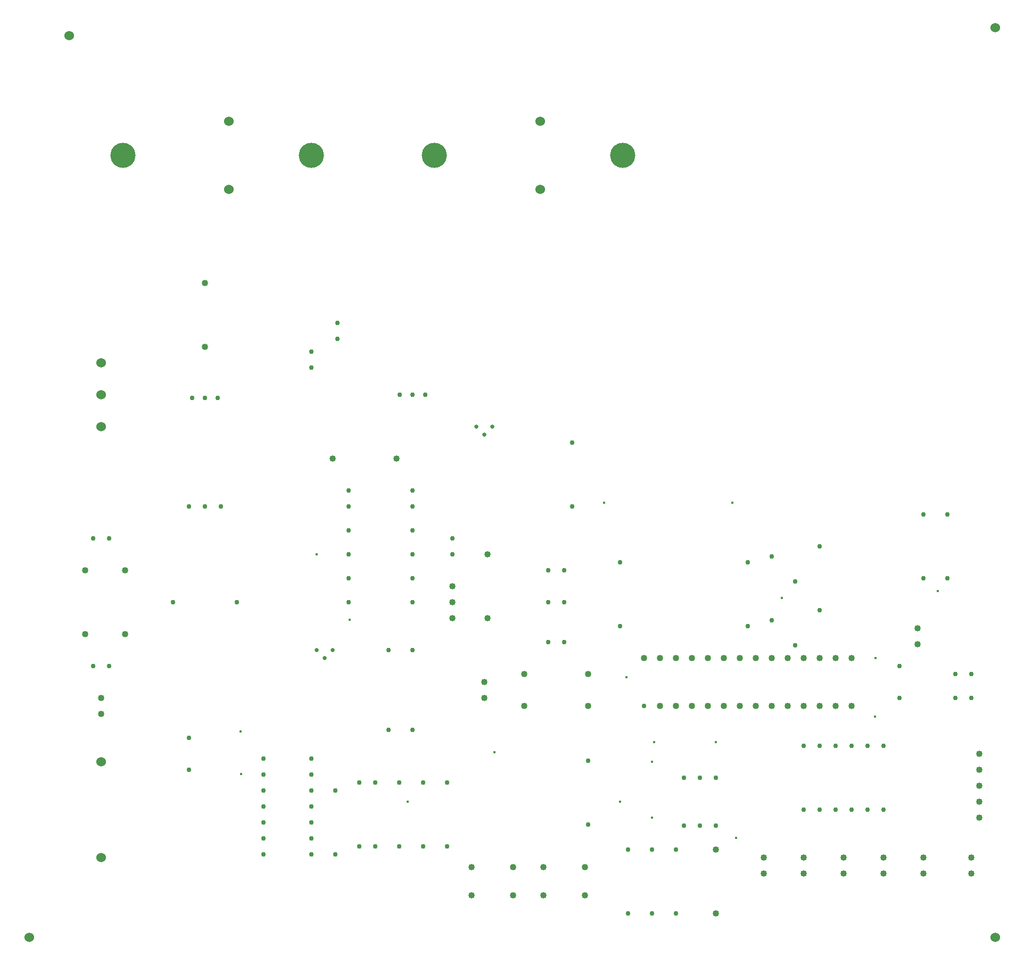
<source format=gbr>
G04 PROTEUS GERBER X2 FILE*
%TF.GenerationSoftware,Labcenter,Proteus,8.15-SP1-Build34318*%
%TF.CreationDate,2023-09-22T11:01:59+00:00*%
%TF.FileFunction,Plated,1,2,PTH*%
%TF.FilePolarity,Positive*%
%TF.Part,Single*%
%TF.SameCoordinates,{152284cb-42d1-4113-bbe4-b0d9b1a291b6}*%
%FSLAX45Y45*%
%MOMM*%
G01*
%TA.AperFunction,ViaDrill*%
%ADD74C,0.381000*%
%TA.AperFunction,ComponentDrill*%
%ADD75C,0.762000*%
%ADD76C,1.016000*%
%TA.AperFunction,ComponentDrill*%
%ADD77C,1.524000*%
%TA.AperFunction,ComponentDrill*%
%ADD78C,0.635000*%
%TA.AperFunction,ComponentDrill*%
%ADD79C,4.000000*%
%TA.AperFunction,OtherDrill,Unknown*%
%ADD80C,1.524000*%
%TD.AperFunction*%
D74*
X-8695580Y-6034329D03*
X-8706032Y-5365358D03*
X-6044494Y-6482252D03*
X-2667000Y-6477000D03*
X-2119842Y-5529752D03*
X-878920Y-1723217D03*
X-2920328Y-1723217D03*
X+1397000Y-4191000D03*
X+1390504Y-5126123D03*
X-6967519Y-3581273D03*
X-2561634Y-4498841D03*
X+2387387Y-3121995D03*
X-1137633Y-5530761D03*
X-93014Y-3234029D03*
X-818960Y-7051837D03*
X-2159000Y-6731000D03*
X-2159000Y-5842000D03*
X-4663471Y-5694230D03*
X-7493000Y-2540000D03*
D75*
X-2286000Y-4953000D03*
D76*
X-2032000Y-4953000D03*
X-1778000Y-4953000D03*
X-1524000Y-4953000D03*
X-1270000Y-4953000D03*
X-1016000Y-4953000D03*
X-762000Y-4953000D03*
X-508000Y-4953000D03*
X-254000Y-4953000D03*
X+0Y-4953000D03*
X+254000Y-4953000D03*
X+508000Y-4953000D03*
X+762000Y-4953000D03*
X+1016000Y-4953000D03*
X+1016000Y-4191000D03*
X+762000Y-4191000D03*
X+508000Y-4191000D03*
X+254000Y-4191000D03*
X+0Y-4191000D03*
X-254000Y-4191000D03*
X-508000Y-4191000D03*
X-762000Y-4191000D03*
X-1016000Y-4191000D03*
X-1270000Y-4191000D03*
X-1524000Y-4191000D03*
X-1778000Y-4191000D03*
X-2032000Y-4191000D03*
X-2284000Y-4191000D03*
D75*
X+1016000Y-5588000D03*
X+1016000Y-6604000D03*
X+508000Y-5588000D03*
X+508000Y-6604000D03*
X+762000Y-5588000D03*
X+762000Y-6604000D03*
X+1270000Y-5588000D03*
X+1270000Y-6604000D03*
X+254000Y-5588000D03*
X+254000Y-6604000D03*
D76*
X+2070212Y-3975212D03*
X+2070212Y-3721212D03*
D75*
X+1778000Y-4318000D03*
X+1778000Y-4826000D03*
D76*
X+889000Y-7366000D03*
X+889000Y-7620000D03*
X-381000Y-7366000D03*
X-381000Y-7620000D03*
X+2159000Y-7366000D03*
X+2159000Y-7620000D03*
X+1524000Y-7366000D03*
X+1524000Y-7620000D03*
X+254000Y-7366000D03*
X+254000Y-7620000D03*
D75*
X-635000Y-3683000D03*
X-635000Y-2667000D03*
X-254000Y-3594099D03*
X-254000Y-2578099D03*
D76*
X-4191000Y-4953000D03*
X-3175000Y-4953000D03*
D75*
X-3175000Y-6845299D03*
X-3175000Y-5829299D03*
D76*
X-4826000Y-4826000D03*
X-4826000Y-4572000D03*
D75*
X-3810000Y-3302000D03*
X-3556000Y-3302000D03*
X-3556000Y-2794000D03*
X-3810000Y-2794000D03*
D76*
X-4191000Y-4445000D03*
X-3175000Y-4445000D03*
D75*
X-3810000Y-3937000D03*
X-3556000Y-3937000D03*
X-2667000Y-2667000D03*
X-2667000Y-3683000D03*
X-1778000Y-7239000D03*
X-1778000Y-8255000D03*
D76*
X-1143000Y-7239000D03*
X-1143000Y-8255000D03*
D75*
X-1651000Y-6858000D03*
X-1397000Y-6858000D03*
X-1143000Y-6858000D03*
X-1143000Y-6096000D03*
X-1397000Y-6096000D03*
X-1651000Y-6096000D03*
D77*
X-10922000Y-7366000D03*
X-10922000Y-5842000D03*
D75*
X-8339314Y-5795303D03*
X-8339314Y-6049303D03*
X-8339314Y-6303303D03*
X-8339314Y-6557303D03*
X-8339314Y-6811303D03*
X-8339314Y-7065303D03*
X-8339314Y-7319303D03*
X-7577314Y-7319303D03*
X-7577314Y-7065303D03*
X-7577314Y-6811303D03*
X-7577314Y-6557303D03*
X-7577314Y-6303303D03*
X-7577314Y-6049303D03*
X-7577314Y-5795303D03*
X-11049000Y-4318000D03*
X-10795000Y-4318000D03*
D76*
X-10541000Y-2794000D03*
X-10541000Y-3810000D03*
X-11176000Y-3810000D03*
X-11176000Y-2794000D03*
D75*
X-5334000Y-2286000D03*
X-5334000Y-2540000D03*
D76*
X-4775199Y-3556000D03*
X-4775199Y-2540000D03*
D75*
X-6985000Y-1778000D03*
X-5969000Y-1778000D03*
X-6985000Y-2159000D03*
X-5969000Y-2159000D03*
X-6985000Y-1524000D03*
X-5969000Y-1524000D03*
X-11049000Y-2286000D03*
X-10795000Y-2286000D03*
X-2159000Y-7239000D03*
X-2159000Y-8255000D03*
X-2540000Y-8255000D03*
X-2540000Y-7239000D03*
X+508000Y-3429000D03*
X+508000Y-2413000D03*
X+115951Y-3987801D03*
X+115951Y-2971801D03*
D76*
X-3226000Y-7972000D03*
X-3886000Y-7972000D03*
X-3226000Y-7522000D03*
X-3886000Y-7522000D03*
D75*
X+2159000Y-2921000D03*
X+2159000Y-1905000D03*
X+2540000Y-1905000D03*
X+2540000Y-2921000D03*
D78*
X-7493000Y-4064000D03*
X-7366000Y-4191000D03*
X-7239000Y-4064000D03*
X-4953000Y-508000D03*
X-4826000Y-635000D03*
X-4699000Y-508000D03*
D75*
X-9474199Y-50800D03*
X-9270999Y-50800D03*
X-9067799Y-50800D03*
X-6172200Y+0D03*
X-5969000Y+0D03*
X-5765800Y+0D03*
D77*
X-10922000Y+508000D03*
X-10922000Y+0D03*
X-10922000Y-508000D03*
D76*
X-5334000Y-3048000D03*
X-5334000Y-3302000D03*
X-5334000Y-3556000D03*
D75*
X-9525000Y-5969000D03*
X-9525000Y-5461000D03*
X-9779000Y-3302000D03*
X-8763000Y-3302000D03*
X-9017000Y-1778000D03*
X-9525000Y-1778000D03*
X-9271000Y-1778000D03*
X-6815314Y-7192303D03*
X-6815314Y-6176303D03*
X-6561314Y-6176303D03*
X-6561314Y-7192303D03*
X-5799314Y-7192303D03*
X-5799314Y-6176303D03*
X-6180314Y-6176303D03*
X-6180314Y-7192303D03*
X-5969000Y-2921000D03*
X-6985000Y-2921000D03*
X-5969000Y-3302000D03*
X-6985000Y-3302000D03*
X-3429000Y-1778000D03*
X-3429000Y-762000D03*
X-5969000Y-2540000D03*
X-6985000Y-2540000D03*
X+2667000Y-4826000D03*
X+2921000Y-4826000D03*
X+2667000Y-4445000D03*
X+2921000Y-4445000D03*
X-7572963Y+428037D03*
X-7572963Y+682037D03*
D76*
X-9271000Y+1778000D03*
X-9271000Y+762000D03*
D75*
X-7196314Y-6303303D03*
X-7196314Y-7319303D03*
X-5418314Y-7192303D03*
X-5418314Y-6176303D03*
D76*
X-4369000Y-7972000D03*
X-5029000Y-7972000D03*
X-4369000Y-7522000D03*
X-5029000Y-7522000D03*
D75*
X-5969000Y-5334000D03*
X-5969000Y-4064000D03*
X-6350000Y-5334000D03*
X-6350000Y-4064000D03*
D77*
X-8890000Y+4353560D03*
X-8890000Y+3266440D03*
D79*
X-7576820Y+3810000D03*
X-10574020Y+3810000D03*
D77*
X-3937000Y+4353560D03*
X-3937000Y+3266440D03*
D79*
X-2623820Y+3810000D03*
X-5621020Y+3810000D03*
D80*
X-12065000Y-8636000D03*
X+3302000Y-8636000D03*
X+3302000Y+5842000D03*
X-11430000Y+5715000D03*
D76*
X+2921000Y-7366000D03*
X+2921000Y-7620000D03*
D75*
X+1524000Y-5588000D03*
X+1524000Y-6604000D03*
D76*
X+3048000Y-5715000D03*
X+3048000Y-5969000D03*
X+3048000Y-6223000D03*
X+3048000Y-6477000D03*
X+3048000Y-6731000D03*
X-7239000Y-1016000D03*
X-6223000Y-1016000D03*
D75*
X-7162799Y+1142252D03*
X-7162799Y+888252D03*
D76*
X-10922000Y-4826000D03*
X-10922000Y-5080000D03*
M02*

</source>
